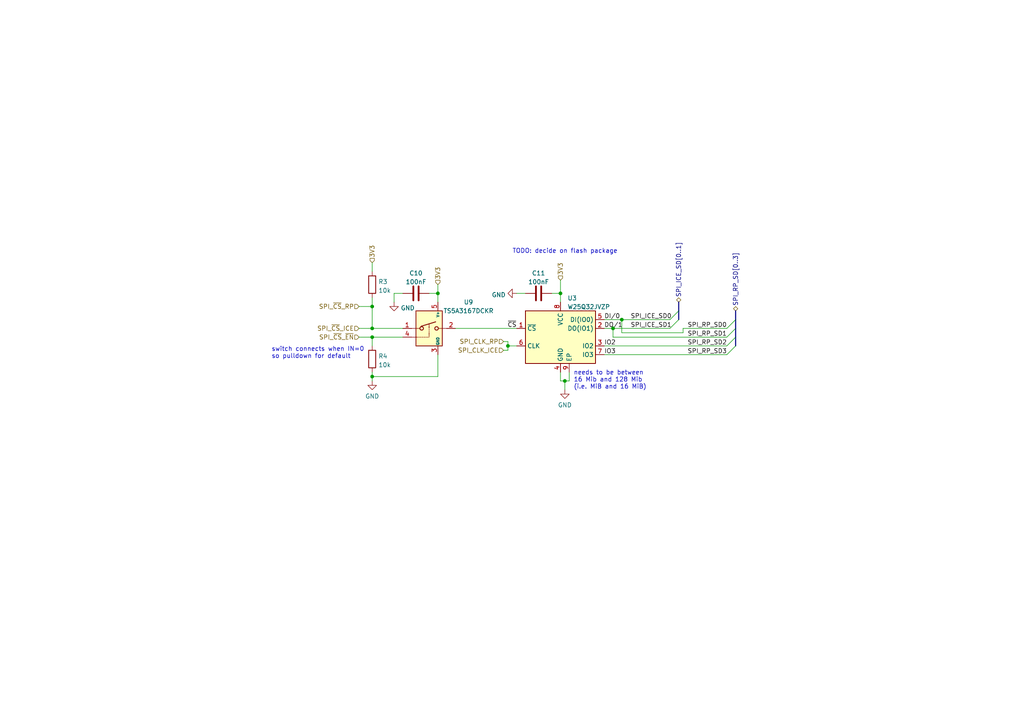
<source format=kicad_sch>
(kicad_sch (version 20211123) (generator eeschema)
  (paper "A4")
  (lib_symbols
    (symbol "Analog_Switch:TS5A3166DCKR" (pin_names (offset 0.127))
      (property "Reference" "U" (at -3.81 6.35 0))
      (property "Value" "TS5A3166DCKR" (at 3.81 -6.35 0))
      (symbol "TS5A3166DCKR_0_1"
        (polyline (pts (xy -5.08 -2.54) (xy -3.302 -2.54)))
        (polyline (pts (xy -3.048 -2.54) (xy -2.794 -2.54)))
        (polyline (pts (xy -2.54 -2.54) (xy -2.286 -2.54)))
        (polyline (pts (xy -2.032 -2.54) (xy -1.778 -2.54)))
        (polyline (pts (xy -1.524 -2.54) (xy -1.27 -2.54)))
        (polyline (pts (xy -1.016 -2.54) (xy -0.762 -2.54)))
        (polyline (pts (xy -0.508 -2.54) (xy -0.254 -2.54)))
        (polyline (pts (xy 0 -2.032) (xy 0 -1.778)))
        (polyline (pts (xy 0 -1.524) (xy 0 -1.27)))
      )
      (symbol "TS5A3166DCKR_1_1"
        (rectangle (start -3.81 5.08) (end 3.81 -5.08) (stroke (width 0.254)) (fill (type background)))
        (circle (center -2.159 0) (radius 0.508) (stroke (width 0.254)))
        (polyline (pts (xy -5.08 0) (xy -2.794 0)))
        (polyline (pts (xy -2.286 0.635) (xy 1.905 1.905)) (stroke (width 0.254)))
        (polyline (pts (xy 0 -2.54) (xy 0 -2.286)))
        (polyline (pts (xy 0 -2.032) (xy 0 -1.778)))
        (polyline (pts (xy 0 -1.524) (xy 0 -1.27)))
        (polyline (pts (xy 0 -1.016) (xy 0 -0.762)))
        (polyline (pts (xy 0 -0.508) (xy 0 -0.254)))
        (polyline (pts (xy 0 0) (xy 0 0.508)))
        (polyline (pts (xy 0 0.254) (xy 0 1.27)))
        (polyline (pts (xy 5.08 0) (xy 2.794 0)))
        (circle (center 2.159 0) (radius 0.508) (stroke (width 0.254)))
        (pin passive line (at -7.62 0 0) (length 2.54) (name "~") (number "1"))
        (pin passive line (at 7.62 0 180) (length 2.54) (name "~") (number "2"))
        (pin power_in line (at 2.54 -7.62 90) (length 2.54) (name "GND") (number "3"))
        (pin input line (at -7.62 -2.54 0) (length 2.54) (name "~") (number "4"))
        (pin power_in line (at 2.54 7.62 270) (length 2.54) (name "V+") (number "5"))
      )
    )
    (symbol "Device:C" (pin_numbers hide) (pin_names (offset 0.254))
      (property "Reference" "C" (at 0.635 2.54 0))
      (property "Value" "C" (at 0.635 -2.54 0))
      (symbol "C_0_1"
        (polyline (pts (xy -2.032 -0.762) (xy 2.032 -0.762)) (stroke (width 0.508)))
        (polyline (pts (xy -2.032 0.762) (xy 2.032 0.762)) (stroke (width 0.508)))
      )
      (symbol "C_1_1"
        (pin passive line (at 0 3.81 270) (length 2.794) (name "~") (number "1"))
        (pin passive line (at 0 -3.81 90) (length 2.794) (name "~") (number "2"))
      )
    )
    (symbol "Device:R" (pin_numbers hide) (pin_names (offset 0))
      (property "Reference" "R" (at 2.032 0 90))
      (property "Value" "R" (at 0 0 90))
      (symbol "R_0_1"
        (rectangle (start -1.016 -2.54) (end 1.016 2.54) (stroke (width 0.254)))
      )
      (symbol "R_1_1"
        (pin passive line (at 0 3.81 270) (length 1.27) (name "~") (number "1"))
        (pin passive line (at 0 -3.81 90) (length 1.27) (name "~") (number "2"))
      )
    )
    (symbol "Memory_Flash:W25Q32JVZP"
      (property "Reference" "U" (at -8.89 8.89 0))
      (property "Value" "W25Q32JVZP" (at 7.62 8.89 0))
      (symbol "W25Q32JVZP_0_1"
        (rectangle (start -10.16 7.62) (end 10.16 -7.62) (stroke (width 0.254)) (fill (type background)))
      )
      (symbol "W25Q32JVZP_1_1"
        (pin input line (at -12.7 2.54 0) (length 2.54) (name "~{CS}") (number "1"))
        (pin bidirectional line (at 12.7 2.54 180) (length 2.54) (name "DO(IO1)") (number "2"))
        (pin bidirectional line (at 12.7 -2.54 180) (length 2.54) (name "IO2") (number "3"))
        (pin power_in line (at 0 -10.16 90) (length 2.54) (name "GND") (number "4"))
        (pin bidirectional line (at 12.7 5.08 180) (length 2.54) (name "DI(IO0)") (number "5"))
        (pin input line (at -12.7 -2.54 0) (length 2.54) (name "CLK") (number "6"))
        (pin bidirectional line (at 12.7 -5.08 180) (length 2.54) (name "IO3") (number "7"))
        (pin power_in line (at 0 10.16 270) (length 2.54) (name "VCC") (number "8"))
        (pin passive line (at 2.54 -10.16 90) (length 2.54) (name "EP") (number "9"))
      )
    )
    (symbol "power:GND" (power) (pin_names (offset 0))
      (property "Value" "GND" (at 0 -3.81 0))
      (symbol "GND_0_1"
        (polyline (pts (xy 0 0) (xy 0 -1.27) (xy 1.27 -1.27) (xy 0 -2.54) (xy -1.27 -1.27) (xy 0 -1.27)))
      )
      (symbol "GND_1_1"
        (pin power_in line (at 0 0 270) (length 0) hide (name "GND") (number "1"))
      )
    )
  )
  (junction (at 107.95 88.9))
  (junction (at 180.34 92.71))
  (junction (at 107.95 95.25))
  (junction (at 107.95 109.22))
  (junction (at 163.83 110.49))
  (junction (at 162.56 85.09))
  (junction (at 177.8 95.25))
  (junction (at 127 85.09))
  (junction (at 107.95 97.79))
  (junction (at 147.32 100.33))
  (bus_entry (at 210.82 100.33) (size 2.54 -2.54))
  (bus_entry (at 210.82 97.79) (size 2.54 -2.54))
  (bus_entry (at 210.82 95.25) (size 2.54 -2.54))
  (bus_entry (at 194.31 95.25) (size 2.54 -2.54))
  (bus_entry (at 194.31 92.71) (size 2.54 -2.54))
  (bus_entry (at 210.82 102.87) (size 2.54 -2.54))
  (wire (pts (xy 147.32 100.33) (xy 149.86 100.33)))
  (wire (pts (xy 165.1 107.95) (xy 165.1 110.49)))
  (wire (pts (xy 165.1 110.49) (xy 163.83 110.49)))
  (wire (pts (xy 107.95 88.9) (xy 107.95 95.25)))
  (wire (pts (xy 104.14 88.9) (xy 107.95 88.9)))
  (wire (pts (xy 127 109.22) (xy 107.95 109.22)))
  (wire (pts (xy 180.34 96.52) (xy 198.12 96.52)))
  (wire (pts (xy 147.32 101.6) (xy 146.05 101.6)))
  (wire (pts (xy 107.95 109.22) (xy 107.95 110.49)))
  (wire (pts (xy 127 82.55) (xy 127 85.09)))
  (wire (pts (xy 160.02 85.09) (xy 162.56 85.09)))
  (wire (pts (xy 114.3 85.09) (xy 114.3 87.63)))
  (bus (pts (xy 196.85 87.63) (xy 196.85 90.17)))
  (wire (pts (xy 132.08 95.25) (xy 149.86 95.25)))
  (wire (pts (xy 177.8 97.79) (xy 210.82 97.79)))
  (wire (pts (xy 124.46 85.09) (xy 127 85.09)))
  (bus (pts (xy 213.36 100.33) (xy 213.36 97.79)))
  (wire (pts (xy 177.8 97.79) (xy 177.8 95.25)))
  (bus (pts (xy 196.85 92.71) (xy 196.85 90.17)))
  (wire (pts (xy 149.86 85.09) (xy 152.4 85.09)))
  (wire (pts (xy 180.34 92.71) (xy 194.31 92.71)))
  (wire (pts (xy 107.95 95.25) (xy 104.14 95.25)))
  (wire (pts (xy 175.26 92.71) (xy 180.34 92.71)))
  (wire (pts (xy 162.56 85.09) (xy 162.56 87.63)))
  (wire (pts (xy 116.84 85.09) (xy 114.3 85.09)))
  (wire (pts (xy 198.12 95.25) (xy 210.82 95.25)))
  (wire (pts (xy 107.95 95.25) (xy 116.84 95.25)))
  (wire (pts (xy 180.34 92.71) (xy 180.34 96.52)))
  (wire (pts (xy 175.26 102.87) (xy 210.82 102.87)))
  (wire (pts (xy 147.32 99.06) (xy 147.32 100.33)))
  (wire (pts (xy 107.95 107.95) (xy 107.95 109.22)))
  (wire (pts (xy 162.56 110.49) (xy 162.56 107.95)))
  (wire (pts (xy 177.8 95.25) (xy 194.31 95.25)))
  (wire (pts (xy 107.95 86.36) (xy 107.95 88.9)))
  (wire (pts (xy 146.05 99.06) (xy 147.32 99.06)))
  (wire (pts (xy 107.95 97.79) (xy 116.84 97.79)))
  (wire (pts (xy 163.83 110.49) (xy 163.83 113.03)))
  (wire (pts (xy 175.26 95.25) (xy 177.8 95.25)))
  (wire (pts (xy 175.26 100.33) (xy 210.82 100.33)))
  (wire (pts (xy 127 85.09) (xy 127 87.63)))
  (wire (pts (xy 107.95 97.79) (xy 107.95 100.33)))
  (wire (pts (xy 127 102.87) (xy 127 109.22)))
  (wire (pts (xy 104.14 97.79) (xy 107.95 97.79)))
  (wire (pts (xy 163.83 110.49) (xy 162.56 110.49)))
  (wire (pts (xy 147.32 100.33) (xy 147.32 101.6)))
  (wire (pts (xy 162.56 81.28) (xy 162.56 85.09)))
  (wire (pts (xy 107.95 76.2) (xy 107.95 78.74)))
  (bus (pts (xy 213.36 97.79) (xy 213.36 95.25)))
  (bus (pts (xy 213.36 95.25) (xy 213.36 92.71)))
  (wire (pts (xy 198.12 96.52) (xy 198.12 95.25)))
  (bus (pts (xy 213.36 90.17) (xy 213.36 92.71)))
  (text "switch connects when IN=0\nso pulldown for default" (at 78.74 104.14 0) (effects (font (size 1.27 1.27)) (justify left bottom)))
  (text "TODO: decide on flash package" (at 148.59 73.66 0) (effects (font (size 1.27 1.27)) (justify left bottom)))
  (text "needs to be between\n16 Mib and 128 Mib\n(i.e. MiB and 16 MiB)" (at 166.37 113.03 0) (effects (font (size 1.27 1.27)) (justify left bottom)))
  (label "SPI_RP_SD3" (at 199.39 102.87 0))
  (label "IO2" (at 175.26 100.33 0))
  (label "SPI_ICE_SD1" (at 182.88 95.25 0))
  (label "SPI_RP_SD1" (at 199.39 97.79 0))
  (label "DI{slash}0" (at 175.26 92.71 0))
  (label "SPI_RP_SD0" (at 199.39 95.25 0))
  (label "IO3" (at 175.26 102.87 0))
  (label "SPI_RP_SD2" (at 199.39 100.33 0))
  (label "DO{slash}1" (at 175.26 95.25 0))
  (label "SPI_ICE_SD0" (at 182.88 92.71 0))
  (label "~{CS}" (at 149.86 95.25 180))
  (hierarchical_label "3V3" (shape input) (at 107.95 76.2 90))
  (hierarchical_label "3V3" (shape input) (at 127 82.55 90))
  (hierarchical_label "SPI_~{CS}_ICE" (shape input) (at 104.14 95.25 180))
  (hierarchical_label "SPI_ICE_SD[0..1]" (shape bidirectional) (at 196.85 87.63 90))
  (hierarchical_label "3V3" (shape input) (at 162.56 81.28 90))
  (hierarchical_label "SPI_~{CS}_~{EN}" (shape input) (at 104.14 97.79 180))
  (hierarchical_label "SPI_~{CS}_RP" (shape input) (at 104.14 88.9 180))
  (hierarchical_label "SPI_CLK_ICE" (shape input) (at 146.05 101.6 180))
  (hierarchical_label "SPI_RP_SD[0..3]" (shape bidirectional) (at 213.36 90.17 90))
  (hierarchical_label "SPI_CLK_RP" (shape input) (at 146.05 99.06 180))
  (symbol (lib_id "Memory_Flash:W25Q32JVZP") (at 162.56 97.79 0) (unit 1)
    (property "Reference" "U3" (at 164.5794 86.4702 0) (effects (justify left)))
    (property "Value" "W25Q32JVZP" (at 164.5794 89.0071 0) (effects (justify left)))
    (property "Footprint" "Package_SON:WSON-8-1EP_6x5mm_P1.27mm_EP3.4x4.3mm" (effects hide))
    (property "Datasheet" "http://www.winbond.com/resource-files/w25q32jv%20revg%2003272018%20plus.pdf" (effects hide))
  )
  (symbol (lib_id "power:GND") (at 114.3 87.63 0) (unit 1)
    (property "Reference" "#PWR015" (effects hide))
    (property "Value" "GND" (at 116.205 89.3338 0) (effects (justify left)))
  )
  (symbol (lib_id "power:GND") (at 107.95 110.49 0) (unit 1)
    (property "Reference" "#PWR014" (effects hide))
    (property "Value" "GND" (at 107.95 114.9334 0))
  )
  (symbol (lib_id "power:GND") (at 149.86 85.09 270) (unit 1)
    (property "Reference" "#PWR016" (effects hide))
    (property "Value" "GND" (at 146.6851 85.5238 90) (effects (justify right)))
  )
  (symbol (lib_id "Device:R") (at 107.95 104.14 0) (unit 1)
    (property "Reference" "R4" (at 109.728 103.3053 0) (effects (justify left)))
    (property "Value" "10k" (at 109.728 105.8422 0) (effects (justify left)))
  )
  (symbol (lib_id "Device:C") (at 120.65 85.09 90) (unit 1)
    (property "Reference" "C10" (at 120.65 79.2312 90))
    (property "Value" "100nF" (at 120.65 81.7681 90))
    (property "Footprint" "Capacitor_SMD:C_0603_1608Metric" (effects hide))
  )
  (symbol (lib_id "power:GND") (at 163.83 113.03 0) (unit 1)
    (property "Reference" "#PWR017" (effects hide))
    (property "Value" "GND" (at 163.83 117.4734 0))
  )
  (symbol (lib_id "Device:R") (at 107.95 82.55 0) (unit 1)
    (property "Reference" "R3" (at 109.728 81.7153 0) (effects (justify left)))
    (property "Value" "10k" (at 109.728 84.2522 0) (effects (justify left)))
    (property "Footprint" "Resistor_SMD:R_0603_1608Metric" (effects hide))
  )
  (symbol (lib_id "Analog_Switch:TS5A3166DCKR") (at 124.46 95.25 0) (unit 1)
    (property "Reference" "U9" (at 135.89 87.63 0))
    (property "Value" "TS5A3167DCKR" (at 135.89 90.1669 0))
    (property "Footprint" "Package_TO_SOT_SMD:SOT-353_SC-70-5" (effects hide))
    (property "Datasheet" " http://www.ti.com/lit/ds/symlink/ts5a3166.pdf" (effects hide))
  )
  (symbol (lib_id "Device:C") (at 156.21 85.09 90) (unit 1)
    (property "Reference" "C11" (at 156.21 79.2312 90))
    (property "Value" "100nF" (at 156.21 81.7681 90))
    (property "Footprint" "Capacitor_SMD:C_0603_1608Metric" (effects hide))
  )
)
</source>
